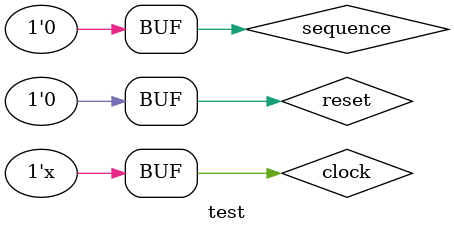
<source format=v>
`timescale 1ns / 1ps


module test;

	// Inputs
	reg sequence;
	reg clock;
	reg reset;

	// Outputs
	wire detector;

	// Instantiate the Unit Under Test (UUT)
	sequencedetector uut (
		.sequence(sequence), 
		.clock(clock), 
		.reset(reset), 
		.detector(detector)
	);
	initial clock=0;
	always #10 clock = ~clock;
	initial begin
		// Initialize Inputs

		reset = 1;
		sequence=0;
		#50;
		reset=0;
		#20;
		sequence=0;
      #20;
		sequence=0;
      #20;
		sequence=1;
      #20;
		sequence=0;
      #20;
		sequence=1;
      #20;
		sequence=1;
      #20;
		sequence=0;
      #20;
		// Add stimulus here

	end
      
endmodule


</source>
